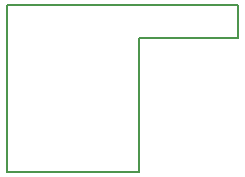
<source format=gbr>
G04 #@! TF.GenerationSoftware,KiCad,Pcbnew,(5.1.5)-3*
G04 #@! TF.CreationDate,2020-10-07T11:53:22+09:00*
G04 #@! TF.ProjectId,Flex Cable,466c6578-2043-4616-926c-652e6b696361,rev?*
G04 #@! TF.SameCoordinates,Original*
G04 #@! TF.FileFunction,Profile,NP*
%FSLAX46Y46*%
G04 Gerber Fmt 4.6, Leading zero omitted, Abs format (unit mm)*
G04 Created by KiCad (PCBNEW (5.1.5)-3) date 2020-10-07 11:53:22*
%MOMM*%
%LPD*%
G04 APERTURE LIST*
%ADD10C,0.150000*%
G04 APERTURE END LIST*
D10*
X149300000Y-89600000D02*
X129700000Y-89600000D01*
X149300000Y-92400000D02*
X149300000Y-89600000D01*
X140900000Y-92400000D02*
X149300000Y-92400000D01*
X140900000Y-103700000D02*
X140900000Y-92400000D01*
X129700000Y-103700000D02*
X140900000Y-103700000D01*
X129700000Y-89600000D02*
X129700000Y-103700000D01*
M02*

</source>
